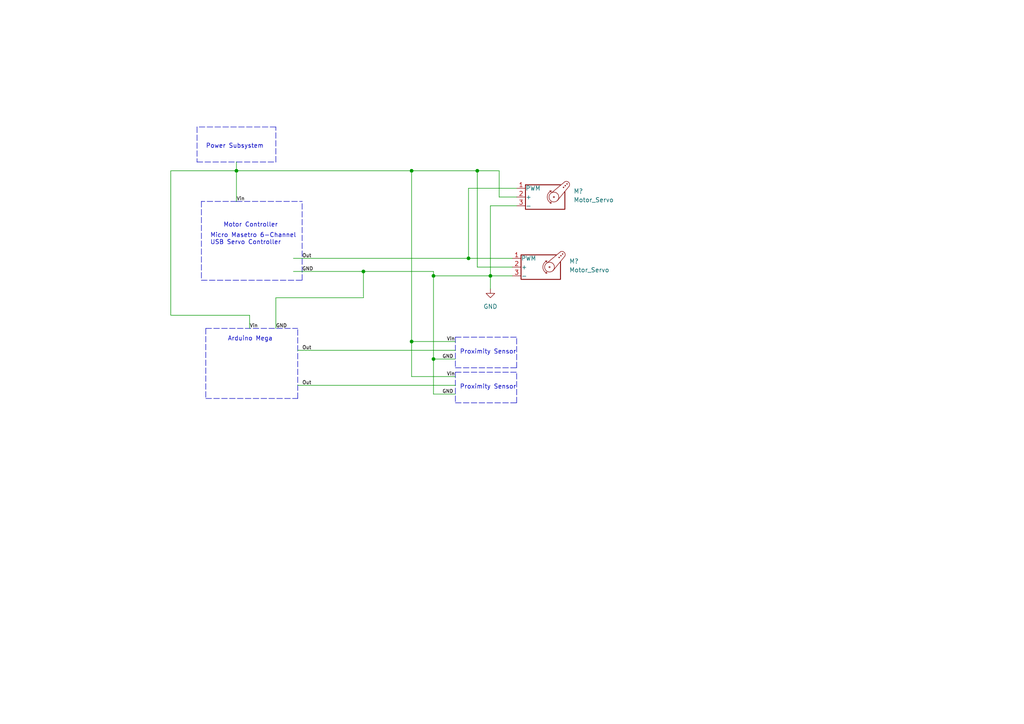
<source format=kicad_sch>
(kicad_sch (version 20211123) (generator eeschema)

  (uuid 8e2d056d-23a9-47bd-bac1-31ec1a007e0c)

  (paper "A4")

  (lib_symbols
    (symbol "Motor:Motor_Servo" (pin_names (offset 0.0254)) (in_bom yes) (on_board yes)
      (property "Reference" "M" (id 0) (at -5.08 4.445 0)
        (effects (font (size 1.27 1.27)) (justify left))
      )
      (property "Value" "Motor_Servo" (id 1) (at -5.08 -4.064 0)
        (effects (font (size 1.27 1.27)) (justify left top))
      )
      (property "Footprint" "" (id 2) (at 0 -4.826 0)
        (effects (font (size 1.27 1.27)) hide)
      )
      (property "Datasheet" "http://forums.parallax.com/uploads/attachments/46831/74481.png" (id 3) (at 0 -4.826 0)
        (effects (font (size 1.27 1.27)) hide)
      )
      (property "ki_keywords" "Servo Motor" (id 4) (at 0 0 0)
        (effects (font (size 1.27 1.27)) hide)
      )
      (property "ki_description" "Servo Motor (Futaba, HiTec, JR connector)" (id 5) (at 0 0 0)
        (effects (font (size 1.27 1.27)) hide)
      )
      (property "ki_fp_filters" "PinHeader*P2.54mm*" (id 6) (at 0 0 0)
        (effects (font (size 1.27 1.27)) hide)
      )
      (symbol "Motor_Servo_0_1"
        (polyline
          (pts
            (xy 2.413 -1.778)
            (xy 2.032 -1.778)
          )
          (stroke (width 0) (type default) (color 0 0 0 0))
          (fill (type none))
        )
        (polyline
          (pts
            (xy 2.413 -1.778)
            (xy 2.286 -1.397)
          )
          (stroke (width 0) (type default) (color 0 0 0 0))
          (fill (type none))
        )
        (polyline
          (pts
            (xy 2.413 1.778)
            (xy 1.905 1.778)
          )
          (stroke (width 0) (type default) (color 0 0 0 0))
          (fill (type none))
        )
        (polyline
          (pts
            (xy 2.413 1.778)
            (xy 2.286 1.397)
          )
          (stroke (width 0) (type default) (color 0 0 0 0))
          (fill (type none))
        )
        (polyline
          (pts
            (xy 6.35 4.445)
            (xy 2.54 1.27)
          )
          (stroke (width 0) (type default) (color 0 0 0 0))
          (fill (type none))
        )
        (polyline
          (pts
            (xy 7.62 3.175)
            (xy 4.191 -1.016)
          )
          (stroke (width 0) (type default) (color 0 0 0 0))
          (fill (type none))
        )
        (polyline
          (pts
            (xy 5.08 3.556)
            (xy -5.08 3.556)
            (xy -5.08 -3.556)
            (xy 6.35 -3.556)
            (xy 6.35 1.524)
          )
          (stroke (width 0.254) (type default) (color 0 0 0 0))
          (fill (type none))
        )
        (arc (start 2.413 1.778) (mid 1.2406 0) (end 2.413 -1.778)
          (stroke (width 0) (type default) (color 0 0 0 0))
          (fill (type none))
        )
        (circle (center 3.175 0) (radius 0.1778)
          (stroke (width 0) (type default) (color 0 0 0 0))
          (fill (type none))
        )
        (circle (center 3.175 0) (radius 1.4224)
          (stroke (width 0) (type default) (color 0 0 0 0))
          (fill (type none))
        )
        (circle (center 5.969 2.794) (radius 0.127)
          (stroke (width 0) (type default) (color 0 0 0 0))
          (fill (type none))
        )
        (circle (center 6.477 3.302) (radius 0.127)
          (stroke (width 0) (type default) (color 0 0 0 0))
          (fill (type none))
        )
        (circle (center 6.985 3.81) (radius 0.127)
          (stroke (width 0) (type default) (color 0 0 0 0))
          (fill (type none))
        )
        (arc (start 7.62 3.175) (mid 7.4485 4.2735) (end 6.35 4.445)
          (stroke (width 0) (type default) (color 0 0 0 0))
          (fill (type none))
        )
      )
      (symbol "Motor_Servo_1_1"
        (pin passive line (at -7.62 2.54 0) (length 2.54)
          (name "PWM" (effects (font (size 1.27 1.27))))
          (number "1" (effects (font (size 1.27 1.27))))
        )
        (pin passive line (at -7.62 0 0) (length 2.54)
          (name "+" (effects (font (size 1.27 1.27))))
          (number "2" (effects (font (size 1.27 1.27))))
        )
        (pin passive line (at -7.62 -2.54 0) (length 2.54)
          (name "-" (effects (font (size 1.27 1.27))))
          (number "3" (effects (font (size 1.27 1.27))))
        )
      )
    )
    (symbol "power:GND" (power) (pin_names (offset 0)) (in_bom yes) (on_board yes)
      (property "Reference" "#PWR" (id 0) (at 0 -6.35 0)
        (effects (font (size 1.27 1.27)) hide)
      )
      (property "Value" "GND" (id 1) (at 0 -3.81 0)
        (effects (font (size 1.27 1.27)))
      )
      (property "Footprint" "" (id 2) (at 0 0 0)
        (effects (font (size 1.27 1.27)) hide)
      )
      (property "Datasheet" "" (id 3) (at 0 0 0)
        (effects (font (size 1.27 1.27)) hide)
      )
      (property "ki_keywords" "power-flag" (id 4) (at 0 0 0)
        (effects (font (size 1.27 1.27)) hide)
      )
      (property "ki_description" "Power symbol creates a global label with name \"GND\" , ground" (id 5) (at 0 0 0)
        (effects (font (size 1.27 1.27)) hide)
      )
      (symbol "GND_0_1"
        (polyline
          (pts
            (xy 0 0)
            (xy 0 -1.27)
            (xy 1.27 -1.27)
            (xy 0 -2.54)
            (xy -1.27 -1.27)
            (xy 0 -1.27)
          )
          (stroke (width 0) (type default) (color 0 0 0 0))
          (fill (type none))
        )
      )
      (symbol "GND_1_1"
        (pin power_in line (at 0 0 270) (length 0) hide
          (name "GND" (effects (font (size 1.27 1.27))))
          (number "1" (effects (font (size 1.27 1.27))))
        )
      )
    )
  )

  (junction (at 138.43 49.53) (diameter 0) (color 0 0 0 0)
    (uuid 3bf4c1ac-a839-4b12-b5b4-9bcf9ddf6b0d)
  )
  (junction (at 142.24 80.01) (diameter 0) (color 0 0 0 0)
    (uuid 4fdb4939-d2f1-4fa4-abfd-1f2b036765f3)
  )
  (junction (at 135.89 74.93) (diameter 0) (color 0 0 0 0)
    (uuid 740bec79-4a29-4601-abe9-7daadde707e7)
  )
  (junction (at 125.73 104.14) (diameter 0) (color 0 0 0 0)
    (uuid 8981ff35-3a87-4d22-bf57-fceef7c20ea8)
  )
  (junction (at 105.41 78.74) (diameter 0) (color 0 0 0 0)
    (uuid bb33af79-100c-43a6-b738-82990ad8e209)
  )
  (junction (at 119.38 49.53) (diameter 0) (color 0 0 0 0)
    (uuid caf99171-f5d5-49a9-8342-eeef244acf31)
  )
  (junction (at 119.38 99.06) (diameter 0) (color 0 0 0 0)
    (uuid d4b8bd28-ca41-47c2-b59d-c69c2f840b89)
  )
  (junction (at 125.73 80.01) (diameter 0) (color 0 0 0 0)
    (uuid f0570dc3-9543-4980-bc32-def2cab8f232)
  )
  (junction (at 68.58 49.53) (diameter 0) (color 0 0 0 0)
    (uuid f177121f-11dc-4353-ae20-de0e911e03b0)
  )

  (polyline (pts (xy 58.42 58.42) (xy 58.42 81.28))
    (stroke (width 0) (type default) (color 0 0 0 0))
    (uuid 06b7f1cd-5666-4906-a0b6-8a8ccadfd200)
  )
  (polyline (pts (xy 132.08 97.79) (xy 149.86 97.79))
    (stroke (width 0) (type default) (color 0 0 0 0))
    (uuid 07dc8734-a7d6-4a96-9848-e4e586938282)
  )

  (wire (pts (xy 119.38 99.06) (xy 119.38 109.22))
    (stroke (width 0) (type default) (color 0 0 0 0))
    (uuid 0a37255b-2fd0-4b3a-9a2d-47751a0a5802)
  )
  (wire (pts (xy 125.73 114.3) (xy 132.08 114.3))
    (stroke (width 0) (type default) (color 0 0 0 0))
    (uuid 12d3ca68-aa16-4c07-aaba-d1c806637ea4)
  )
  (wire (pts (xy 68.58 46.99) (xy 68.58 49.53))
    (stroke (width 0) (type default) (color 0 0 0 0))
    (uuid 134e6916-6501-4d60-a348-0719125f93e2)
  )
  (wire (pts (xy 144.78 57.15) (xy 149.86 57.15))
    (stroke (width 0) (type default) (color 0 0 0 0))
    (uuid 1a2c8af5-4727-4f51-84b0-6d8e3f035c63)
  )
  (wire (pts (xy 142.24 59.69) (xy 149.86 59.69))
    (stroke (width 0) (type default) (color 0 0 0 0))
    (uuid 1b56a116-3016-45a5-99d0-fc735d03fc0e)
  )
  (polyline (pts (xy 132.08 106.68) (xy 149.86 106.68))
    (stroke (width 0) (type default) (color 0 0 0 0))
    (uuid 1babb827-6d07-4264-bf06-9d3719be155c)
  )
  (polyline (pts (xy 80.01 36.83) (xy 57.15 36.83))
    (stroke (width 0) (type default) (color 0 0 0 0))
    (uuid 1ebf08ec-59a7-4c68-95d9-9f8f1790cfd5)
  )

  (wire (pts (xy 68.58 49.53) (xy 68.58 58.42))
    (stroke (width 0) (type default) (color 0 0 0 0))
    (uuid 207ef32f-1dfd-43e0-baf5-99ffaeaf2101)
  )
  (wire (pts (xy 138.43 49.53) (xy 144.78 49.53))
    (stroke (width 0) (type default) (color 0 0 0 0))
    (uuid 246221ea-4d8c-4dce-88d0-95db3ad1531c)
  )
  (polyline (pts (xy 59.69 95.25) (xy 59.69 115.57))
    (stroke (width 0) (type default) (color 0 0 0 0))
    (uuid 26a7c585-4ac6-48fd-81fb-42fa52096ea5)
  )

  (wire (pts (xy 135.89 54.61) (xy 135.89 74.93))
    (stroke (width 0) (type default) (color 0 0 0 0))
    (uuid 2709909b-f6d7-4961-ad77-e2baab159c8c)
  )
  (wire (pts (xy 142.24 80.01) (xy 148.59 80.01))
    (stroke (width 0) (type default) (color 0 0 0 0))
    (uuid 27f44075-81cc-4e9e-8df4-1146ddbaeb77)
  )
  (polyline (pts (xy 149.86 116.84) (xy 149.86 107.95))
    (stroke (width 0) (type default) (color 0 0 0 0))
    (uuid 2e7fa3c3-1302-46eb-bf7f-e34dca53acc0)
  )
  (polyline (pts (xy 149.86 106.68) (xy 149.86 97.79))
    (stroke (width 0) (type default) (color 0 0 0 0))
    (uuid 360bf728-5d62-469a-adf1-13c1176cb254)
  )

  (wire (pts (xy 142.24 59.69) (xy 142.24 80.01))
    (stroke (width 0) (type default) (color 0 0 0 0))
    (uuid 37655ac3-75fb-4160-95c0-ba9b3d045cc8)
  )
  (polyline (pts (xy 87.63 81.28) (xy 87.63 58.42))
    (stroke (width 0) (type default) (color 0 0 0 0))
    (uuid 3cd16aaa-1378-47c9-b0d5-7a3ce342f695)
  )

  (wire (pts (xy 138.43 49.53) (xy 138.43 77.47))
    (stroke (width 0) (type default) (color 0 0 0 0))
    (uuid 43be5063-1df5-41a7-9384-27399b2d319b)
  )
  (wire (pts (xy 135.89 74.93) (xy 148.59 74.93))
    (stroke (width 0) (type default) (color 0 0 0 0))
    (uuid 43c3c914-de19-4fb2-bc5f-a27ad517ac06)
  )
  (polyline (pts (xy 68.58 46.99) (xy 80.01 46.99))
    (stroke (width 0) (type default) (color 0 0 0 0))
    (uuid 43c59c8f-3246-46a4-9874-5cb6c1152865)
  )
  (polyline (pts (xy 132.08 97.79) (xy 132.08 106.68))
    (stroke (width 0) (type default) (color 0 0 0 0))
    (uuid 48a63a4e-3d93-4529-8bd3-1bb25e068b9c)
  )
  (polyline (pts (xy 59.69 115.57) (xy 86.36 115.57))
    (stroke (width 0) (type default) (color 0 0 0 0))
    (uuid 60781a38-486d-4675-b4e9-684623aa009e)
  )

  (wire (pts (xy 68.58 49.53) (xy 49.53 49.53))
    (stroke (width 0) (type default) (color 0 0 0 0))
    (uuid 780023b8-a2c1-4d73-bc31-432f3cbccc74)
  )
  (polyline (pts (xy 68.58 58.42) (xy 58.42 58.42))
    (stroke (width 0) (type default) (color 0 0 0 0))
    (uuid 79e6b1ef-0dbb-4a18-8272-8dc655a2d9f5)
  )

  (wire (pts (xy 105.41 86.36) (xy 105.41 78.74))
    (stroke (width 0) (type default) (color 0 0 0 0))
    (uuid 7fd5cb6a-c0c3-4b81-b534-7a87792db3df)
  )
  (polyline (pts (xy 132.08 107.95) (xy 149.86 107.95))
    (stroke (width 0) (type default) (color 0 0 0 0))
    (uuid 8530ab0f-20c0-4858-a805-6d615dfc3ab5)
  )

  (wire (pts (xy 72.39 91.44) (xy 72.39 95.25))
    (stroke (width 0) (type default) (color 0 0 0 0))
    (uuid 87f18148-92a9-4fb8-ab43-faa75a8e8e5c)
  )
  (wire (pts (xy 80.01 95.25) (xy 80.01 86.36))
    (stroke (width 0) (type default) (color 0 0 0 0))
    (uuid 87f99f72-8461-4bec-ad61-0b087eb3ab36)
  )
  (wire (pts (xy 85.09 74.93) (xy 135.89 74.93))
    (stroke (width 0) (type default) (color 0 0 0 0))
    (uuid 88bc47c4-9708-40a5-b872-e70da0c0dae5)
  )
  (wire (pts (xy 49.53 49.53) (xy 49.53 91.44))
    (stroke (width 0) (type default) (color 0 0 0 0))
    (uuid 8e3153ab-3a94-4f6e-a3e7-ad824595bc93)
  )
  (wire (pts (xy 119.38 49.53) (xy 138.43 49.53))
    (stroke (width 0) (type default) (color 0 0 0 0))
    (uuid 97c339ff-f12a-4846-b59e-2d0d2698d537)
  )
  (wire (pts (xy 80.01 86.36) (xy 105.41 86.36))
    (stroke (width 0) (type default) (color 0 0 0 0))
    (uuid 99e059da-bf45-4814-b5da-6c6f76c14604)
  )
  (polyline (pts (xy 132.08 107.95) (xy 132.08 116.84))
    (stroke (width 0) (type default) (color 0 0 0 0))
    (uuid 9a1b630a-cbbf-48ae-948e-a14c9962db6f)
  )

  (wire (pts (xy 105.41 78.74) (xy 125.73 78.74))
    (stroke (width 0) (type default) (color 0 0 0 0))
    (uuid 9b960a23-34e6-4820-9bd6-1b6cd6014a59)
  )
  (wire (pts (xy 119.38 109.22) (xy 132.08 109.22))
    (stroke (width 0) (type default) (color 0 0 0 0))
    (uuid 9d735a0b-af5b-4003-a244-214408d37bbb)
  )
  (wire (pts (xy 119.38 99.06) (xy 132.08 99.06))
    (stroke (width 0) (type default) (color 0 0 0 0))
    (uuid a21d3eca-1eed-47ec-a2b1-802f307d5c03)
  )
  (wire (pts (xy 85.09 78.74) (xy 105.41 78.74))
    (stroke (width 0) (type default) (color 0 0 0 0))
    (uuid a8ee19d8-9b36-487e-8c7f-826050f1ba5a)
  )
  (polyline (pts (xy 80.01 46.99) (xy 80.01 36.83))
    (stroke (width 0) (type default) (color 0 0 0 0))
    (uuid ad2cb4b2-1f89-4f7a-be16-194b1611969c)
  )
  (polyline (pts (xy 59.69 95.25) (xy 86.36 95.25))
    (stroke (width 0) (type default) (color 0 0 0 0))
    (uuid af922482-1549-46af-9c7f-0e56255490d7)
  )

  (wire (pts (xy 68.58 49.53) (xy 119.38 49.53))
    (stroke (width 0) (type default) (color 0 0 0 0))
    (uuid b022d046-04cf-430a-9b97-c3355c835e37)
  )
  (polyline (pts (xy 58.42 81.28) (xy 87.63 81.28))
    (stroke (width 0) (type default) (color 0 0 0 0))
    (uuid b2019d38-ec29-4378-bb91-8be5243c349c)
  )

  (wire (pts (xy 49.53 91.44) (xy 72.39 91.44))
    (stroke (width 0) (type default) (color 0 0 0 0))
    (uuid b3e8b2f2-4c10-475d-8580-98f5fd290ac2)
  )
  (polyline (pts (xy 57.15 36.83) (xy 57.15 46.99))
    (stroke (width 0) (type default) (color 0 0 0 0))
    (uuid b81e67d9-2574-44e0-bd4e-58c8fc99dcb8)
  )

  (wire (pts (xy 125.73 104.14) (xy 125.73 114.3))
    (stroke (width 0) (type default) (color 0 0 0 0))
    (uuid bf8ea000-5d85-4feb-80a9-2ec75ae9f64c)
  )
  (polyline (pts (xy 57.15 46.99) (xy 68.58 46.99))
    (stroke (width 0) (type default) (color 0 0 0 0))
    (uuid c6ce1f70-3667-44f0-ba88-ad61805f32f3)
  )

  (wire (pts (xy 138.43 77.47) (xy 148.59 77.47))
    (stroke (width 0) (type default) (color 0 0 0 0))
    (uuid cb87cb6a-91dc-4c47-871c-b67eb83104ee)
  )
  (wire (pts (xy 135.89 54.61) (xy 149.86 54.61))
    (stroke (width 0) (type default) (color 0 0 0 0))
    (uuid ce52cf2b-b4ea-47e5-a0c1-9c07cd958bc0)
  )
  (wire (pts (xy 125.73 104.14) (xy 132.08 104.14))
    (stroke (width 0) (type default) (color 0 0 0 0))
    (uuid d14563b2-d463-46d0-afd4-d4634dfb924e)
  )
  (wire (pts (xy 119.38 49.53) (xy 119.38 99.06))
    (stroke (width 0) (type default) (color 0 0 0 0))
    (uuid d2a5574e-c347-46ec-baa0-4bcf849f06a4)
  )
  (wire (pts (xy 142.24 80.01) (xy 125.73 80.01))
    (stroke (width 0) (type default) (color 0 0 0 0))
    (uuid d7647718-3aca-48e7-8904-fd8f5038b143)
  )
  (wire (pts (xy 125.73 80.01) (xy 125.73 104.14))
    (stroke (width 0) (type default) (color 0 0 0 0))
    (uuid dbda0439-6c1d-471e-9f14-a190a2cf0165)
  )
  (polyline (pts (xy 86.36 115.57) (xy 86.36 95.25))
    (stroke (width 0) (type default) (color 0 0 0 0))
    (uuid dceea319-a4ef-4cb3-8e63-39a0b3ac6329)
  )
  (polyline (pts (xy 68.58 58.42) (xy 87.63 58.42))
    (stroke (width 0) (type default) (color 0 0 0 0))
    (uuid df885bf9-4f91-467a-852e-e68cf9199cab)
  )

  (wire (pts (xy 86.36 111.76) (xy 132.08 111.76))
    (stroke (width 0) (type default) (color 0 0 0 0))
    (uuid e44e1333-79b8-4b0b-8212-392a4af88d2a)
  )
  (polyline (pts (xy 132.08 116.84) (xy 149.86 116.84))
    (stroke (width 0) (type default) (color 0 0 0 0))
    (uuid e9ee203c-1a35-4163-b434-43d268be4517)
  )

  (wire (pts (xy 142.24 80.01) (xy 142.24 83.82))
    (stroke (width 0) (type default) (color 0 0 0 0))
    (uuid ea5c6d2f-9e85-4f81-a029-9f656b80182d)
  )
  (wire (pts (xy 125.73 78.74) (xy 125.73 80.01))
    (stroke (width 0) (type default) (color 0 0 0 0))
    (uuid f41e8216-d461-4a94-8275-f3f7b65db60d)
  )
  (wire (pts (xy 144.78 49.53) (xy 144.78 57.15))
    (stroke (width 0) (type default) (color 0 0 0 0))
    (uuid fa6f2b95-853e-427b-832d-84347fabf2c5)
  )
  (wire (pts (xy 86.36 101.6) (xy 132.08 101.6))
    (stroke (width 0) (type default) (color 0 0 0 0))
    (uuid feb5bc19-60ec-4fb2-a833-d9fff82c6458)
  )

  (text "Motor Controller\n" (at 64.77 66.04 0)
    (effects (font (size 1.27 1.27)) (justify left bottom))
    (uuid 0f1bf175-b8a6-4de0-b01d-9ba788bcef95)
  )
  (text "Proximity Sensor" (at 133.35 102.87 0)
    (effects (font (size 1.27 1.27)) (justify left bottom))
    (uuid 148325bf-ffb6-42c5-9e0a-251860d044d5)
  )
  (text "Micro Masetro 6-Channel\nUSB Servo Controller\n" (at 60.96 71.12 0)
    (effects (font (size 1.27 1.27)) (justify left bottom))
    (uuid 4a37caab-a102-43fe-b289-0fffb8825a17)
  )
  (text "Power Subsystem\n" (at 59.69 43.18 0)
    (effects (font (size 1.27 1.27)) (justify left bottom))
    (uuid 4fc4a322-dd46-4f1e-a46d-a09e3c14b0ee)
  )
  (text "Proximity Sensor" (at 133.35 113.03 0)
    (effects (font (size 1.27 1.27)) (justify left bottom))
    (uuid 60680181-56c0-45bb-bb7b-84f9d1885d41)
  )
  (text "Arduino Mega" (at 66.04 99.06 0)
    (effects (font (size 1.27 1.27)) (justify left bottom))
    (uuid 75b85a85-b35d-4d9f-852c-5667f9352e2b)
  )

  (label "Out" (at 87.63 111.76 0)
    (effects (font (size 1 1)) (justify left bottom))
    (uuid 0cd9fd91-1a4c-4a68-b9fd-faa32f262fc7)
  )
  (label "GND" (at 128.27 104.14 0)
    (effects (font (size 1 1)) (justify left bottom))
    (uuid 1cf452eb-68a6-4e04-af87-01b5a7b7afc0)
  )
  (label "Out" (at 87.63 101.6 0)
    (effects (font (size 1 1)) (justify left bottom))
    (uuid 22c975c0-7b78-4b23-b588-c63103a03146)
  )
  (label "Vin" (at 68.58 58.42 0)
    (effects (font (size 1 1)) (justify left bottom))
    (uuid 34cbc53a-5e41-4aca-8fea-d44f3af1eb68)
  )
  (label "Vin" (at 72.39 95.25 0)
    (effects (font (size 1 1)) (justify left bottom))
    (uuid 59f36c2d-c6cb-47d0-b89d-ccbed020a976)
  )
  (label "Vin" (at 129.54 99.06 0)
    (effects (font (size 1 1)) (justify left bottom))
    (uuid 6d3ece20-b499-4f21-8bcf-36a59ababed3)
  )
  (label "GND" (at 80.01 95.25 0)
    (effects (font (size 1 1)) (justify left bottom))
    (uuid bf171abf-34d2-47f2-ada5-ef351be04ba4)
  )
  (label "GND" (at 87.63 78.74 0)
    (effects (font (size 1 1)) (justify left bottom))
    (uuid cba4fe9c-6c87-451e-9245-38eecefda1f5)
  )
  (label "GND" (at 128.27 114.3 0)
    (effects (font (size 1 1)) (justify left bottom))
    (uuid d1583203-0f2c-46ac-85b1-640d3f2046b8)
  )
  (label "Vin" (at 129.54 109.22 0)
    (effects (font (size 1 1)) (justify left bottom))
    (uuid d4e4a59c-29d7-4cdb-9496-3f6ddabe278c)
  )
  (label "Out" (at 87.63 74.93 0)
    (effects (font (size 1 1)) (justify left bottom))
    (uuid e7b93167-68c4-463f-85d0-8b757ff81c0b)
  )

  (symbol (lib_id "Motor:Motor_Servo") (at 157.48 57.15 0) (unit 1)
    (in_bom yes) (on_board yes) (fields_autoplaced)
    (uuid 4c03e2d2-30be-4086-96b7-52cbd2c46413)
    (property "Reference" "M?" (id 0) (at 166.37 55.4465 0)
      (effects (font (size 1.27 1.27)) (justify left))
    )
    (property "Value" "Motor_Servo" (id 1) (at 166.37 57.9865 0)
      (effects (font (size 1.27 1.27)) (justify left))
    )
    (property "Footprint" "" (id 2) (at 157.48 61.976 0)
      (effects (font (size 1.27 1.27)) hide)
    )
    (property "Datasheet" "http://forums.parallax.com/uploads/attachments/46831/74481.png" (id 3) (at 157.48 61.976 0)
      (effects (font (size 1.27 1.27)) hide)
    )
    (pin "1" (uuid 02d62f1f-4b2c-4c05-affb-6eff209844d0))
    (pin "2" (uuid 12807783-1341-4d4b-b151-ba0c902471f8))
    (pin "3" (uuid 329bdcaa-1b9d-47e9-bafa-bae10f9b3b30))
  )

  (symbol (lib_id "Motor:Motor_Servo") (at 156.21 77.47 0) (unit 1)
    (in_bom yes) (on_board yes) (fields_autoplaced)
    (uuid c2aebea4-7edd-400d-a1be-0d19982b5817)
    (property "Reference" "M?" (id 0) (at 165.1 75.7665 0)
      (effects (font (size 1.27 1.27)) (justify left))
    )
    (property "Value" "Motor_Servo" (id 1) (at 165.1 78.3065 0)
      (effects (font (size 1.27 1.27)) (justify left))
    )
    (property "Footprint" "" (id 2) (at 156.21 82.296 0)
      (effects (font (size 1.27 1.27)) hide)
    )
    (property "Datasheet" "http://forums.parallax.com/uploads/attachments/46831/74481.png" (id 3) (at 156.21 82.296 0)
      (effects (font (size 1.27 1.27)) hide)
    )
    (pin "1" (uuid d7f8925e-f555-4071-ade8-3c70c8287b3d))
    (pin "2" (uuid aaeca86b-e93e-434a-b107-ef8f62b67c70))
    (pin "3" (uuid 3d696d31-cf18-49c2-a0be-225b23e7f106))
  )

  (symbol (lib_id "power:GND") (at 142.24 83.82 0) (unit 1)
    (in_bom yes) (on_board yes)
    (uuid e89a61d6-16fb-460b-b76c-2a4294aa4f43)
    (property "Reference" "#PWR?" (id 0) (at 142.24 90.17 0)
      (effects (font (size 1.27 1.27)) hide)
    )
    (property "Value" "GND" (id 1) (at 142.24 88.9 0))
    (property "Footprint" "" (id 2) (at 142.24 83.82 0)
      (effects (font (size 1.27 1.27)) hide)
    )
    (property "Datasheet" "" (id 3) (at 142.24 83.82 0)
      (effects (font (size 1.27 1.27)) hide)
    )
    (pin "1" (uuid ab519164-50a2-4502-a297-bb4e7f161245))
  )

  (sheet_instances
    (path "/" (page "1"))
  )

  (symbol_instances
    (path "/e89a61d6-16fb-460b-b76c-2a4294aa4f43"
      (reference "#PWR?") (unit 1) (value "GND") (footprint "")
    )
    (path "/4c03e2d2-30be-4086-96b7-52cbd2c46413"
      (reference "M?") (unit 1) (value "Motor_Servo") (footprint "")
    )
    (path "/c2aebea4-7edd-400d-a1be-0d19982b5817"
      (reference "M?") (unit 1) (value "Motor_Servo") (footprint "")
    )
  )
)

</source>
